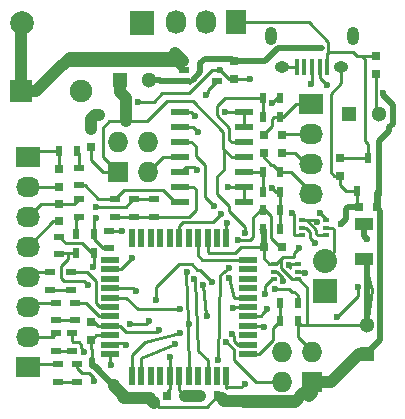
<source format=gbr>
G04 #@! TF.FileFunction,Copper,L1,Top,Signal*
%FSLAX46Y46*%
G04 Gerber Fmt 4.6, Leading zero omitted, Abs format (unit mm)*
G04 Created by KiCad (PCBNEW (2015-08-05 BZR 6055, Git fa29c62)-product) date 02/02/2016 11:58:15 AM*
%MOMM*%
G01*
G04 APERTURE LIST*
%ADD10C,0.100000*%
%ADD11R,0.800000X0.750000*%
%ADD12R,0.750000X0.800000*%
%ADD13R,1.300000X1.300000*%
%ADD14C,1.300000*%
%ADD15C,1.998980*%
%ADD16R,1.998980X1.998980*%
%ADD17R,1.600000X1.000000*%
%ADD18R,1.600000X0.560000*%
%ADD19R,0.560000X1.600000*%
%ADD20R,1.905000X1.905000*%
%ADD21C,1.905000*%
%ADD22R,2.032000X1.727200*%
%ADD23O,2.032000X1.727200*%
%ADD24R,0.400000X1.350000*%
%ADD25O,1.250000X0.950000*%
%ADD26O,1.000000X1.550000*%
%ADD27R,1.727200X1.727200*%
%ADD28O,1.727200X1.727200*%
%ADD29R,1.727200X2.032000*%
%ADD30O,1.727200X2.032000*%
%ADD31R,2.032000X2.032000*%
%ADD32O,2.032000X2.032000*%
%ADD33R,0.900000X0.600000*%
%ADD34R,0.500000X0.900000*%
%ADD35R,0.900000X0.500000*%
%ADD36R,0.600000X0.900000*%
%ADD37R,1.500000X0.600000*%
%ADD38R,0.508000X0.304800*%
%ADD39C,0.600000*%
%ADD40C,0.250000*%
%ADD41C,0.508000*%
%ADD42C,1.016000*%
G04 APERTURE END LIST*
D10*
D11*
X86054500Y-130492500D03*
X87554500Y-130492500D03*
X86054500Y-128968500D03*
X87554500Y-128968500D03*
D12*
X92519500Y-130885500D03*
X92519500Y-132385500D03*
D11*
X95619000Y-135064500D03*
X94119000Y-135064500D03*
X87554500Y-138430000D03*
X86054500Y-138430000D03*
D13*
X94805500Y-147510500D03*
D14*
X94805500Y-145010500D03*
D11*
X79363000Y-151003000D03*
X77863000Y-151003000D03*
D13*
X93281500Y-127190500D03*
D14*
X95781500Y-127190500D03*
D12*
X83502500Y-124194000D03*
X83502500Y-122694000D03*
X71374000Y-146292000D03*
X71374000Y-144792000D03*
X95504000Y-122249500D03*
X95504000Y-123749500D03*
X68707000Y-133338000D03*
X68707000Y-131838000D03*
X68707000Y-136259000D03*
X68707000Y-134759000D03*
D14*
X76350500Y-124269500D03*
D13*
X73850500Y-124269500D03*
D12*
X71437500Y-129972500D03*
X71437500Y-128472500D03*
D15*
X65595500Y-119446040D03*
D16*
X75755500Y-119446040D03*
D17*
X94551500Y-139485500D03*
X94551500Y-136485500D03*
D18*
X84717000Y-147510000D03*
X84717000Y-146710000D03*
X84717000Y-145910000D03*
X84717000Y-145110000D03*
X84717000Y-144310000D03*
X84717000Y-143510000D03*
X84717000Y-142710000D03*
X84717000Y-141910000D03*
X84717000Y-141110000D03*
X84717000Y-140310000D03*
X84717000Y-139510000D03*
D19*
X82867000Y-137660000D03*
X82067000Y-137660000D03*
X81267000Y-137660000D03*
X80467000Y-137660000D03*
X79667000Y-137660000D03*
X78867000Y-137660000D03*
X78067000Y-137660000D03*
X77267000Y-137660000D03*
X76467000Y-137660000D03*
X75667000Y-137660000D03*
X74867000Y-137660000D03*
D18*
X73017000Y-139510000D03*
X73017000Y-140310000D03*
X73017000Y-141110000D03*
X73017000Y-141910000D03*
X73017000Y-142710000D03*
X73017000Y-143510000D03*
X73017000Y-144310000D03*
X73017000Y-145110000D03*
X73017000Y-145910000D03*
X73017000Y-146710000D03*
X73017000Y-147510000D03*
D19*
X74867000Y-149360000D03*
X75667000Y-149360000D03*
X76467000Y-149360000D03*
X77267000Y-149360000D03*
X78067000Y-149360000D03*
X78867000Y-149360000D03*
X79667000Y-149360000D03*
X80467000Y-149360000D03*
X81267000Y-149360000D03*
X82067000Y-149360000D03*
X82867000Y-149360000D03*
D20*
X65468500Y-125222000D03*
D21*
X70548500Y-125222000D03*
D22*
X90043000Y-126301500D03*
D23*
X90043000Y-128841500D03*
X90043000Y-131381500D03*
X90043000Y-133921500D03*
D24*
X91407400Y-123228540D03*
X90757400Y-123228540D03*
X90107400Y-123228540D03*
X89457400Y-123228540D03*
X88807400Y-123228540D03*
D25*
X92607400Y-123228540D03*
X87607400Y-123228540D03*
D26*
X93607400Y-120528540D03*
X86607400Y-120528540D03*
D22*
X66040000Y-148590000D03*
D23*
X66040000Y-146050000D03*
X66040000Y-143510000D03*
X66040000Y-140970000D03*
D27*
X90106500Y-149860000D03*
D28*
X87566500Y-149860000D03*
X90106500Y-147320000D03*
X87566500Y-147320000D03*
D29*
X83693000Y-119380000D03*
D30*
X81153000Y-119380000D03*
X78613000Y-119380000D03*
D22*
X66040000Y-130810000D03*
D23*
X66040000Y-133350000D03*
X66040000Y-135890000D03*
X66040000Y-138430000D03*
D27*
X73660000Y-132080000D03*
D28*
X73660000Y-129540000D03*
X76200000Y-132080000D03*
X76200000Y-129540000D03*
D31*
X91249500Y-142113000D03*
D32*
X91249500Y-139573000D03*
D33*
X79245000Y-123444000D03*
X82045000Y-122494000D03*
X82045000Y-124394000D03*
D34*
X85927500Y-132080000D03*
X87427500Y-132080000D03*
X85927500Y-127381000D03*
X87427500Y-127381000D03*
X85927500Y-133731000D03*
X87427500Y-133731000D03*
X87427500Y-125793500D03*
X85927500Y-125793500D03*
X85927500Y-135318500D03*
X87427500Y-135318500D03*
X85927500Y-136906000D03*
X87427500Y-136906000D03*
D35*
X67970400Y-142036800D03*
X67970400Y-140536800D03*
X68453000Y-144641000D03*
X68453000Y-143141000D03*
X68453000Y-147244500D03*
X68453000Y-145744500D03*
X68643500Y-149848000D03*
X68643500Y-148348000D03*
X69748400Y-140536800D03*
X69748400Y-142036800D03*
X70040500Y-143141000D03*
X70040500Y-144641000D03*
X69786500Y-145744500D03*
X69786500Y-147244500D03*
X70231000Y-148348000D03*
X70231000Y-149848000D03*
X68707000Y-137553000D03*
X68707000Y-139053000D03*
D34*
X71616000Y-138938000D03*
X70116000Y-138938000D03*
D35*
X75057000Y-135878000D03*
X75057000Y-134378000D03*
X76708000Y-135878000D03*
X76708000Y-134378000D03*
X73406000Y-134378000D03*
X73406000Y-135878000D03*
X72961500Y-138545000D03*
X72961500Y-137045000D03*
D34*
X82093500Y-151066500D03*
X80593500Y-151066500D03*
D35*
X70358000Y-131711000D03*
X70358000Y-133211000D03*
D34*
X70116000Y-137287000D03*
X71616000Y-137287000D03*
X68719000Y-130302000D03*
X70219000Y-130302000D03*
D35*
X70358000Y-134378000D03*
X70358000Y-135878000D03*
D34*
X88888000Y-143129000D03*
X87388000Y-143129000D03*
X87388000Y-144716500D03*
X88888000Y-144716500D03*
D36*
X94869000Y-130870500D03*
X95819000Y-133670500D03*
X93919000Y-133670500D03*
D37*
X84361000Y-134620000D03*
X84361000Y-133350000D03*
X84361000Y-132080000D03*
X84361000Y-130810000D03*
X84361000Y-129540000D03*
X84361000Y-128270000D03*
X84361000Y-127000000D03*
X78961000Y-127000000D03*
X78961000Y-128270000D03*
X78961000Y-129540000D03*
X78961000Y-130810000D03*
X78961000Y-132080000D03*
X78961000Y-133350000D03*
X78961000Y-134620000D03*
D38*
X88900000Y-141147800D03*
X88900000Y-139877800D03*
X86868000Y-141147800D03*
X88900000Y-140512800D03*
X86868000Y-139877800D03*
X86868000Y-140512800D03*
X91313000Y-137414000D03*
X91313000Y-136144000D03*
X89281000Y-137414000D03*
X91313000Y-136779000D03*
X89281000Y-136144000D03*
X89281000Y-136779000D03*
D39*
X78054200Y-147701000D03*
X77165200Y-145415000D03*
X89052400Y-138480800D03*
X90551000Y-136334500D03*
X92583000Y-136461500D03*
X96164400Y-125399800D03*
X83883500Y-137858500D03*
X83108800Y-140182600D03*
X82118200Y-148005800D03*
X80391000Y-151003000D03*
X84836000Y-124206000D03*
X75374500Y-126111000D03*
X82359500Y-123444000D03*
X90805000Y-121602500D03*
X94805500Y-137731500D03*
X72072500Y-127254000D03*
X87020400Y-141986000D03*
X84429600Y-137210800D03*
X79679800Y-144983200D03*
X83375500Y-145796000D03*
X82740500Y-127000000D03*
X79502000Y-140563600D03*
X86055200Y-145237200D03*
X89509600Y-140614400D03*
X86309200Y-143662400D03*
X87680800Y-141325600D03*
X80365600Y-131876800D03*
X83413600Y-143611600D03*
X81838800Y-134975600D03*
X83058000Y-141071600D03*
X82931000Y-136398000D03*
X90805000Y-135509000D03*
X88455500Y-135509000D03*
X82423000Y-135636000D03*
X81178400Y-125526800D03*
X74879200Y-139344400D03*
X75184000Y-142113000D03*
X91376500Y-124714000D03*
X90017600Y-124612400D03*
X80873600Y-141655800D03*
X81229200Y-144272000D03*
X78943200Y-143713200D03*
X74345800Y-146761200D03*
X70815200Y-147320000D03*
X73126600Y-148412200D03*
X71678800Y-149783800D03*
X82867500Y-146431000D03*
X78943200Y-145719800D03*
X78536800Y-146634200D03*
X80137000Y-141173200D03*
X82994500Y-133350000D03*
X94030800Y-141808200D03*
X92252800Y-144373600D03*
X84404200Y-149987000D03*
X86741000Y-126238000D03*
X86741000Y-133413500D03*
X90373200Y-138074400D03*
X80467200Y-128727200D03*
X71564500Y-140144500D03*
X74041000Y-137033000D03*
X86131400Y-142367000D03*
X81635600Y-141376400D03*
X76936600Y-142951200D03*
X76301600Y-144678400D03*
X74726800Y-144932400D03*
X71145400Y-141630400D03*
X88188800Y-139954000D03*
X71818500Y-135001000D03*
X71831200Y-135940800D03*
X80213200Y-127355600D03*
D40*
X90043000Y-133921500D02*
X90043000Y-133794500D01*
X90043000Y-133794500D02*
X88328500Y-132080000D01*
X88328500Y-132080000D02*
X87427500Y-132080000D01*
X86054500Y-130492500D02*
X86054500Y-130822000D01*
X86054500Y-130822000D02*
X86677500Y-131445000D01*
X86677500Y-131445000D02*
X86792500Y-131445000D01*
X86792500Y-131445000D02*
X87427500Y-132080000D01*
X90043000Y-131381500D02*
X89598500Y-131381500D01*
X89598500Y-131381500D02*
X88709500Y-130492500D01*
X88709500Y-130492500D02*
X87554500Y-130492500D01*
X87427500Y-127381000D02*
X87693500Y-127381000D01*
X88773000Y-126301500D02*
X90043000Y-126301500D01*
X87693500Y-127381000D02*
X88773000Y-126301500D01*
X86054500Y-128968500D02*
X86054500Y-128829500D01*
X86054500Y-128829500D02*
X86741000Y-128143000D01*
X86741000Y-128143000D02*
X86741000Y-127571500D01*
X86741000Y-127571500D02*
X86931500Y-127381000D01*
X86931500Y-127381000D02*
X87427500Y-127381000D01*
X90043000Y-128841500D02*
X87681500Y-128841500D01*
X87681500Y-128841500D02*
X87554500Y-128968500D01*
X94869000Y-130870500D02*
X94869000Y-129730500D01*
X94615000Y-122491500D02*
X94373000Y-122249500D01*
X94615000Y-129476500D02*
X94615000Y-122491500D01*
X94869000Y-129730500D02*
X94615000Y-129476500D01*
X92519500Y-130885500D02*
X94854000Y-130885500D01*
X94854000Y-130885500D02*
X94869000Y-130870500D01*
X83693000Y-119380000D02*
X89852500Y-119380000D01*
X91503500Y-122110500D02*
X91407400Y-122110500D01*
X91503500Y-121031000D02*
X91503500Y-122110500D01*
X89852500Y-119380000D02*
X91503500Y-121031000D01*
X91407400Y-123228540D02*
X91407400Y-122110500D01*
X91407400Y-122110500D02*
X91407400Y-122016100D01*
X93928500Y-122249500D02*
X94373000Y-122249500D01*
X93599000Y-121920000D02*
X93928500Y-122249500D01*
X91503500Y-121920000D02*
X93599000Y-121920000D01*
X91407400Y-122016100D02*
X91503500Y-121920000D01*
X94373000Y-122249500D02*
X95504000Y-122249500D01*
X83693000Y-119380000D02*
X84518500Y-119380000D01*
D41*
X86054500Y-138430000D02*
X86054500Y-137033000D01*
X86054500Y-137033000D02*
X85927500Y-136906000D01*
X94119000Y-135064500D02*
X93154500Y-135064500D01*
X93154500Y-135064500D02*
X93027500Y-135191500D01*
X93027500Y-135191500D02*
X93027500Y-136017000D01*
X93027500Y-136017000D02*
X92583000Y-136461500D01*
X94805500Y-145010500D02*
X94805500Y-139739500D01*
X94805500Y-139739500D02*
X94551500Y-139485500D01*
D40*
X73017000Y-145110000D02*
X73863000Y-145110000D01*
X78067000Y-147713800D02*
X78067000Y-149360000D01*
X78054200Y-147701000D02*
X78067000Y-147713800D01*
X76987400Y-145592800D02*
X77165200Y-145415000D01*
X74345800Y-145592800D02*
X76987400Y-145592800D01*
X73863000Y-145110000D02*
X74345800Y-145592800D01*
X88900000Y-141147800D02*
X88417400Y-141147800D01*
X87477600Y-140208000D02*
X87477600Y-139446000D01*
X88417400Y-141147800D02*
X87477600Y-140208000D01*
X88888000Y-144716500D02*
X88888000Y-146038000D01*
X88888000Y-146038000D02*
X90106500Y-147256500D01*
X90106500Y-147256500D02*
X90106500Y-147320000D01*
X89115900Y-141160500D02*
X89115900Y-141287500D01*
X89115900Y-141287500D02*
X89662000Y-141833600D01*
X89662000Y-141833600D02*
X89662000Y-145010500D01*
X89662000Y-145010500D02*
X89638500Y-145034000D01*
X89638500Y-145034000D02*
X89611200Y-145034000D01*
X89611200Y-145034000D02*
X89611200Y-145010500D01*
X88595200Y-139293600D02*
X88595200Y-138938000D01*
X88595200Y-139293600D02*
X87630000Y-139293600D01*
X87630000Y-139293600D02*
X87477600Y-139446000D01*
X87477600Y-139446000D02*
X87033100Y-139890500D01*
X88595200Y-138938000D02*
X89052400Y-138480800D01*
X87033100Y-139890500D02*
X86487000Y-139890500D01*
X86054500Y-138430000D02*
X86054500Y-139394500D01*
X86054500Y-139394500D02*
X86487000Y-139827000D01*
X86487000Y-139827000D02*
X86487000Y-139890500D01*
X88807400Y-123228540D02*
X87607400Y-123228540D01*
X92519500Y-132385500D02*
X91999500Y-132385500D01*
X91999500Y-132385500D02*
X91694000Y-132080000D01*
X91694000Y-132080000D02*
X91694000Y-125476000D01*
X91694000Y-125476000D02*
X92607400Y-124562600D01*
X92607400Y-124562600D02*
X92607400Y-123228540D01*
X94551500Y-139485500D02*
X95224600Y-142036800D01*
X95224600Y-142036800D02*
X94805500Y-145010500D01*
X89598500Y-136144000D02*
X90360500Y-136144000D01*
X90360500Y-136144000D02*
X90551000Y-136334500D01*
X92583000Y-136461500D02*
X93027500Y-136017000D01*
X93027500Y-136017000D02*
X93027500Y-135191500D01*
X93027500Y-135191500D02*
X93154500Y-135064500D01*
X89281000Y-136144000D02*
X89598500Y-136144000D01*
X89598500Y-136144000D02*
X89663398Y-136144000D01*
X90614500Y-137414000D02*
X91313000Y-137414000D01*
X90487500Y-137287000D02*
X90614500Y-137414000D01*
X90487500Y-136968102D02*
X90487500Y-137287000D01*
X89663398Y-136144000D02*
X90487500Y-136968102D01*
X94805500Y-145010500D02*
X89611200Y-145010500D01*
X89611200Y-145010500D02*
X89182000Y-145010500D01*
X89182000Y-145010500D02*
X88888000Y-144716500D01*
X93919000Y-133670500D02*
X93919000Y-134864500D01*
X93919000Y-134864500D02*
X94119000Y-135064500D01*
X92519500Y-132385500D02*
X92519500Y-133159500D01*
X93030500Y-133670500D02*
X93919000Y-133670500D01*
X92519500Y-133159500D02*
X93030500Y-133670500D01*
X71640000Y-144792000D02*
X71958000Y-145110000D01*
X71958000Y-145110000D02*
X73017000Y-145110000D01*
X71374000Y-144792000D02*
X71640000Y-144792000D01*
X71310500Y-144792000D02*
X71640000Y-144792000D01*
X81267000Y-137660000D02*
X81267000Y-138824000D01*
X84137500Y-138430000D02*
X86054500Y-138430000D01*
X83629500Y-138938000D02*
X84137500Y-138430000D01*
X81381000Y-138938000D02*
X83629500Y-138938000D01*
X81267000Y-138824000D02*
X81381000Y-138938000D01*
X86054500Y-137033000D02*
X85927500Y-136906000D01*
X77799500Y-151066500D02*
X77799500Y-150737000D01*
X77799500Y-150737000D02*
X78067000Y-150469500D01*
X78067000Y-150469500D02*
X78067000Y-149360000D01*
X85927500Y-136906000D02*
X85725000Y-136906000D01*
D41*
X95619000Y-135064500D02*
X95910400Y-135355900D01*
X95910400Y-135355900D02*
X95910400Y-146304000D01*
X95910400Y-146304000D02*
X94805500Y-147408900D01*
X94805500Y-147408900D02*
X94805500Y-147510500D01*
X95619000Y-135064500D02*
X95619000Y-133870500D01*
X95619000Y-133870500D02*
X95819000Y-133670500D01*
X95819000Y-133670500D02*
X95819000Y-129479000D01*
X95819000Y-129479000D02*
X96672400Y-128625600D01*
X96164400Y-125577600D02*
X96164400Y-125399800D01*
X96951800Y-126365000D02*
X96164400Y-125577600D01*
X96951800Y-127990600D02*
X96951800Y-126365000D01*
X96672400Y-128270000D02*
X96951800Y-127990600D01*
X96672400Y-128625600D02*
X96672400Y-128270000D01*
X71526400Y-148539200D02*
X71526400Y-147929600D01*
X71526400Y-148539200D02*
X71704200Y-148539200D01*
X71704200Y-148539200D02*
X73329800Y-150164800D01*
D42*
X76365100Y-151193500D02*
X76365100Y-151295100D01*
X76708000Y-151638000D02*
X76708000Y-151536400D01*
X76365100Y-151295100D02*
X76708000Y-151638000D01*
X74180700Y-151193500D02*
X74180700Y-151015700D01*
X74180700Y-151015700D02*
X73329800Y-150164800D01*
X73329800Y-150164800D02*
X73329800Y-150139400D01*
X76365100Y-151193500D02*
X74180700Y-151193500D01*
X74180700Y-151193500D02*
X74142600Y-151155400D01*
X90106500Y-150812500D02*
X89369900Y-150812500D01*
X82677000Y-151434800D02*
X82473800Y-151231600D01*
X84302600Y-151434800D02*
X82677000Y-151434800D01*
X84378800Y-151511000D02*
X84302600Y-151434800D01*
X88671400Y-151511000D02*
X84378800Y-151511000D01*
X89369900Y-150812500D02*
X88671400Y-151511000D01*
X90106500Y-149860000D02*
X90106500Y-150812500D01*
X90106500Y-150812500D02*
X89852500Y-151066500D01*
X90106500Y-149860000D02*
X91757500Y-149860000D01*
X91757500Y-149860000D02*
X94107000Y-147510500D01*
X94107000Y-147510500D02*
X94805500Y-147510500D01*
D40*
X96164400Y-125730000D02*
X96164400Y-125399800D01*
X96799400Y-126365000D02*
X96164400Y-125730000D01*
X96799400Y-127863600D02*
X96799400Y-126365000D01*
X96697800Y-127965200D02*
X96799400Y-127863600D01*
X96697800Y-128600200D02*
X96697800Y-127965200D01*
X95819000Y-129479000D02*
X96697800Y-128600200D01*
X71374000Y-146292000D02*
X71374000Y-146989800D01*
X71374000Y-146989800D02*
X71526400Y-147142200D01*
X71526400Y-147142200D02*
X71526400Y-147929600D01*
X81191800Y-151968200D02*
X82093500Y-151066500D01*
X77139800Y-151968200D02*
X81191800Y-151968200D01*
X76708000Y-151536400D02*
X77139800Y-151968200D01*
X71526400Y-148539200D02*
X74142600Y-151155400D01*
X94805500Y-147510500D02*
X94805500Y-147408900D01*
X94805500Y-147408900D02*
X95910400Y-146304000D01*
X95910400Y-146304000D02*
X95910400Y-135355900D01*
X94805500Y-147510500D02*
X94107000Y-147510500D01*
X94107000Y-147510500D02*
X91757500Y-149860000D01*
X95819000Y-133670500D02*
X95819000Y-134864500D01*
X95819000Y-134864500D02*
X95619000Y-135064500D01*
X82093500Y-151066500D02*
X89852500Y-151066500D01*
X89852500Y-151066500D02*
X90106500Y-150812500D01*
X71449500Y-146292000D02*
X71831500Y-145910000D01*
X71831500Y-145910000D02*
X73017000Y-145910000D01*
X71374000Y-146292000D02*
X71449500Y-146292000D01*
X73016000Y-145911000D02*
X73017000Y-145910000D01*
D42*
X80593500Y-151066500D02*
X79426500Y-151066500D01*
X79426500Y-151066500D02*
X79363000Y-151003000D01*
D40*
X85725000Y-135318500D02*
X85090000Y-135953500D01*
X85090000Y-135953500D02*
X85090000Y-137604500D01*
X85090000Y-137604500D02*
X84836000Y-137858500D01*
X84836000Y-137858500D02*
X83883500Y-137858500D01*
X83108800Y-140182600D02*
X82346800Y-140766800D01*
X82346800Y-140766800D02*
X82118200Y-148005800D01*
X80391000Y-151003000D02*
X80327500Y-151066500D01*
X80327500Y-151066500D02*
X79299500Y-151066500D01*
X85927500Y-135318500D02*
X85725000Y-135318500D01*
X87554500Y-138430000D02*
X87439500Y-138430000D01*
X87439500Y-138430000D02*
X86677500Y-137668000D01*
X86677500Y-137668000D02*
X86677500Y-135826500D01*
X86677500Y-135826500D02*
X86169500Y-135318500D01*
X86169500Y-135318500D02*
X85927500Y-135318500D01*
X79299500Y-151066500D02*
X79299500Y-150927500D01*
X79299500Y-150927500D02*
X78867000Y-150495000D01*
X78867000Y-150495000D02*
X78867000Y-149360000D01*
X84824000Y-124194000D02*
X83502500Y-124194000D01*
X84836000Y-124206000D02*
X84824000Y-124194000D01*
X82359500Y-123444000D02*
X81661000Y-123444000D01*
X81661000Y-123444000D02*
X79692500Y-125412500D01*
X79692500Y-125412500D02*
X77406500Y-125412500D01*
X77406500Y-125412500D02*
X76708000Y-126111000D01*
X76708000Y-126111000D02*
X75374500Y-126111000D01*
X83502500Y-124194000D02*
X83109500Y-124194000D01*
X83109500Y-124194000D02*
X82359500Y-123444000D01*
D41*
X94551500Y-136485500D02*
X94551500Y-137477500D01*
X94551500Y-137477500D02*
X94805500Y-137731500D01*
X83502500Y-122694000D02*
X86157500Y-122694000D01*
X86157500Y-122694000D02*
X87249000Y-121602500D01*
X87249000Y-121602500D02*
X90924498Y-121602500D01*
X90924498Y-121602500D02*
X90805000Y-121602500D01*
X82045000Y-122494000D02*
X83302500Y-122494000D01*
X83302500Y-122494000D02*
X83502500Y-122694000D01*
X80645000Y-123634500D02*
X80645000Y-122872500D01*
X80645000Y-122872500D02*
X81023500Y-122494000D01*
X81023500Y-122494000D02*
X82045000Y-122494000D01*
X80010000Y-124269500D02*
X80645000Y-123634500D01*
X76350500Y-124269500D02*
X77177900Y-124269500D01*
X79705200Y-124383800D02*
X79781400Y-124460000D01*
X77292200Y-124383800D02*
X79705200Y-124383800D01*
X77177900Y-124269500D02*
X77292200Y-124383800D01*
D42*
X71437500Y-128472500D02*
X71437500Y-127596900D01*
X71780400Y-127254000D02*
X72072500Y-127254000D01*
X71437500Y-127596900D02*
X71780400Y-127254000D01*
D40*
X87249000Y-121602500D02*
X90805000Y-121602500D01*
X86157500Y-122694000D02*
X87249000Y-121602500D01*
X94551500Y-137477500D02*
X94805500Y-137731500D01*
X95504000Y-123749500D02*
X95504000Y-126913000D01*
X95504000Y-126913000D02*
X95781500Y-127190500D01*
X76350500Y-124269500D02*
X80010000Y-124269500D01*
X81023500Y-122494000D02*
X82045000Y-122494000D01*
X80645000Y-122872500D02*
X81023500Y-122494000D01*
X83302500Y-122494000D02*
X83502500Y-122694000D01*
X78961000Y-130810000D02*
X77470000Y-130810000D01*
X77470000Y-130810000D02*
X76200000Y-132080000D01*
X68707000Y-133338000D02*
X66052000Y-133338000D01*
X66052000Y-133338000D02*
X66040000Y-133350000D01*
X68719000Y-130302000D02*
X68719000Y-131826000D01*
X68719000Y-131826000D02*
X68707000Y-131838000D01*
X68719000Y-130302000D02*
X66548000Y-130302000D01*
X66548000Y-130302000D02*
X66040000Y-130810000D01*
X68707000Y-130314000D02*
X68719000Y-130302000D01*
X66802000Y-130048000D02*
X66040000Y-130810000D01*
X68707000Y-136259000D02*
X68211000Y-136259000D01*
X68211000Y-136259000D02*
X66040000Y-138430000D01*
X68707000Y-136259000D02*
X68707000Y-136398000D01*
X66675000Y-138430000D02*
X66040000Y-138430000D01*
X68707000Y-134759000D02*
X69977000Y-134759000D01*
X69977000Y-134759000D02*
X70358000Y-134378000D01*
X68707000Y-134759000D02*
X67171000Y-134759000D01*
X67171000Y-134759000D02*
X66040000Y-135890000D01*
X68707000Y-134759000D02*
X68949000Y-134759000D01*
X68707000Y-134759000D02*
X68441000Y-134759000D01*
D42*
X74358500Y-127762000D02*
X74358500Y-125793500D01*
X74358500Y-125793500D02*
X73850500Y-125285500D01*
X73850500Y-125285500D02*
X73850500Y-124269500D01*
D40*
X82677000Y-130175000D02*
X82677000Y-131851400D01*
X88888000Y-142532800D02*
X88888000Y-143129000D01*
X88595200Y-142240000D02*
X88888000Y-142532800D01*
X88392000Y-142240000D02*
X88595200Y-142240000D01*
X88138000Y-141986000D02*
X88392000Y-142240000D01*
X87020400Y-141986000D02*
X88138000Y-141986000D01*
X84429600Y-136702800D02*
X84429600Y-137210800D01*
X83108800Y-135382000D02*
X84429600Y-136702800D01*
X83108800Y-134975600D02*
X83108800Y-135382000D01*
X82042000Y-133908800D02*
X83108800Y-134975600D01*
X82042000Y-132486400D02*
X82042000Y-133908800D01*
X82677000Y-131851400D02*
X82042000Y-132486400D01*
X73850500Y-125285500D02*
X73850500Y-124269500D01*
X74358500Y-125793500D02*
X73850500Y-125285500D01*
X71437500Y-129972500D02*
X71437500Y-131064000D01*
X72453500Y-132080000D02*
X73660000Y-132080000D01*
X71437500Y-131064000D02*
X72453500Y-132080000D01*
X73989500Y-124003500D02*
X73533000Y-124460000D01*
X73660000Y-132080000D02*
X72390000Y-130810000D01*
X83312000Y-130810000D02*
X84361000Y-130810000D01*
X82613500Y-130111500D02*
X82677000Y-130175000D01*
X82677000Y-130175000D02*
X83312000Y-130810000D01*
X82613500Y-128651000D02*
X82613500Y-130111500D01*
X80010000Y-126047500D02*
X82613500Y-128651000D01*
X77851000Y-126047500D02*
X80010000Y-126047500D01*
X76136500Y-127762000D02*
X77851000Y-126047500D01*
X72961500Y-127762000D02*
X74358500Y-127762000D01*
X74358500Y-127762000D02*
X76136500Y-127762000D01*
X72390000Y-128333500D02*
X72961500Y-127762000D01*
X72390000Y-130810000D02*
X72390000Y-128333500D01*
X73660000Y-132080000D02*
X73660000Y-131508500D01*
D41*
X78486000Y-121970800D02*
X78486000Y-122685000D01*
X78486000Y-122685000D02*
X79245000Y-123444000D01*
D42*
X78917800Y-122402600D02*
X78486000Y-121970800D01*
X78486000Y-121970800D02*
X79222600Y-122707400D01*
X78359000Y-122402600D02*
X78917800Y-122402600D01*
X65468500Y-125222000D02*
X66738500Y-125222000D01*
X66738500Y-125222000D02*
X68961000Y-122999500D01*
X68961000Y-122999500D02*
X69049900Y-122999500D01*
X69049900Y-122999500D02*
X69646800Y-122402600D01*
X69646800Y-122402600D02*
X78359000Y-122402600D01*
X78359000Y-122402600D02*
X78409800Y-122402600D01*
X65468500Y-125222000D02*
X65468500Y-119573040D01*
X65468500Y-119573040D02*
X65595500Y-119446040D01*
D40*
X79245000Y-123444000D02*
X78994000Y-123444000D01*
X78994000Y-123444000D02*
X78549500Y-122999500D01*
X78549500Y-122999500D02*
X68961000Y-122999500D01*
X68961000Y-122999500D02*
X66738500Y-125222000D01*
X65468500Y-119573040D02*
X65595500Y-119446040D01*
X84717000Y-147510000D02*
X85598500Y-147510000D01*
X86804500Y-145300000D02*
X87388000Y-144716500D01*
X86804500Y-146304000D02*
X86804500Y-145300000D01*
X85598500Y-147510000D02*
X86804500Y-146304000D01*
X87388000Y-143129000D02*
X87388000Y-144716500D01*
X84717000Y-146710000D02*
X83845000Y-146710000D01*
X79679800Y-144983200D02*
X79654300Y-144983200D01*
X83502500Y-145923000D02*
X83375500Y-145796000D01*
X83502500Y-146367500D02*
X83502500Y-145923000D01*
X83845000Y-146710000D02*
X83502500Y-146367500D01*
X79679800Y-144792700D02*
X79654300Y-144792700D01*
X79654300Y-144792700D02*
X79679800Y-144792700D01*
X79679800Y-144792700D02*
X79654300Y-144792700D01*
X79667000Y-149360000D02*
X79654300Y-144983200D01*
X79654300Y-144983200D02*
X79654300Y-144792700D01*
X79654300Y-144792700D02*
X79476500Y-140589100D01*
X82740500Y-127000000D02*
X84361000Y-127000000D01*
X79476500Y-140589100D02*
X79502000Y-140563600D01*
X84361000Y-128270000D02*
X84361000Y-127000000D01*
X88798400Y-140512800D02*
X89420700Y-140525500D01*
X85928000Y-145110000D02*
X84717000Y-145110000D01*
X86055200Y-145237200D02*
X85928000Y-145110000D01*
X89420700Y-140525500D02*
X89509600Y-140614400D01*
X86868000Y-140512800D02*
X87146002Y-140512800D01*
X85814000Y-144310000D02*
X84717000Y-144310000D01*
X85902800Y-144221200D02*
X85814000Y-144310000D01*
X85902800Y-144068800D02*
X85902800Y-144221200D01*
X86309200Y-143662400D02*
X85902800Y-144068800D01*
X87680800Y-141047598D02*
X87680800Y-141325600D01*
X87146002Y-140512800D02*
X87680800Y-141047598D01*
X84717000Y-143510000D02*
X83515200Y-143510000D01*
X79418200Y-131622800D02*
X78961000Y-132080000D01*
X80111600Y-131622800D02*
X79418200Y-131622800D01*
X80365600Y-131876800D02*
X80111600Y-131622800D01*
X83515200Y-143510000D02*
X83413600Y-143611600D01*
X78961000Y-129540000D02*
X79908400Y-129540000D01*
X79908400Y-129540000D02*
X80264000Y-129895600D01*
X80264000Y-129895600D02*
X80264000Y-130759200D01*
X80264000Y-130759200D02*
X81026000Y-131521200D01*
X81026000Y-131521200D02*
X81026000Y-134162800D01*
X81026000Y-134162800D02*
X81838800Y-134975600D01*
X83058000Y-141071600D02*
X83528000Y-142710000D01*
X83528000Y-142710000D02*
X84717000Y-142710000D01*
X80467000Y-137660000D02*
X80467000Y-139141000D01*
X80836000Y-139510000D02*
X84717000Y-139510000D01*
X80467000Y-139141000D02*
X80836000Y-139510000D01*
X82867000Y-136462000D02*
X82867000Y-137660000D01*
X82931000Y-136398000D02*
X82867000Y-136462000D01*
X91313000Y-136017000D02*
X90805000Y-135509000D01*
X91313000Y-136144000D02*
X91313000Y-136017000D01*
X78867000Y-137660000D02*
X78867000Y-136652000D01*
X88582500Y-137414000D02*
X89281000Y-137414000D01*
X88582500Y-135636000D02*
X88582500Y-137414000D01*
X88455500Y-135509000D02*
X88582500Y-135636000D01*
X81724500Y-136334500D02*
X82423000Y-135636000D01*
X79184500Y-136334500D02*
X81724500Y-136334500D01*
X78867000Y-136652000D02*
X79184500Y-136334500D01*
X78867000Y-137660000D02*
X78867000Y-136906000D01*
X73017000Y-140310000D02*
X73913600Y-140310000D01*
X81280000Y-125159000D02*
X82045000Y-124394000D01*
X81280000Y-125425200D02*
X81280000Y-125159000D01*
X81178400Y-125526800D02*
X81280000Y-125425200D01*
X73913600Y-140310000D02*
X74879200Y-139344400D01*
X90757400Y-123228540D02*
X90757400Y-124094900D01*
X74981000Y-141910000D02*
X73017000Y-141910000D01*
X75184000Y-142113000D02*
X74981000Y-141910000D01*
X90757400Y-124094900D02*
X91376500Y-124714000D01*
X73017000Y-142710000D02*
X74384000Y-142710000D01*
X90107400Y-124522600D02*
X90107400Y-123228540D01*
X90017600Y-124612400D02*
X90107400Y-124522600D01*
X81127600Y-144170400D02*
X80873600Y-141655800D01*
X81229200Y-144272000D02*
X81127600Y-144170400D01*
X75387200Y-143713200D02*
X78943200Y-143713200D01*
X74384000Y-142710000D02*
X75387200Y-143713200D01*
X73017000Y-143510000D02*
X72136000Y-143510000D01*
X72136000Y-143510000D02*
X71818500Y-143192500D01*
X71818500Y-143192500D02*
X71818500Y-141287500D01*
X71818500Y-141287500D02*
X71068500Y-140537500D01*
X71068500Y-140537500D02*
X69749100Y-140537500D01*
X69749100Y-140537500D02*
X69748400Y-140536800D01*
X71068500Y-140537500D02*
X70231000Y-140537500D01*
X71818500Y-141287500D02*
X71068500Y-140537500D01*
X71818500Y-143192500D02*
X71818500Y-141287500D01*
X72136000Y-143510000D02*
X71818500Y-143192500D01*
X70040500Y-143141000D02*
X70941500Y-143141000D01*
X70941500Y-143141000D02*
X72110500Y-144310000D01*
X72110500Y-144310000D02*
X73017000Y-144310000D01*
X70231000Y-143141000D02*
X70624000Y-143141000D01*
X69786500Y-145744500D02*
X69786500Y-146367500D01*
X74244200Y-146532600D02*
X73169000Y-146558000D01*
X74345800Y-146761200D02*
X74244200Y-146532600D01*
X70548500Y-146875500D02*
X70815200Y-147320000D01*
X70548500Y-146685000D02*
X70548500Y-146875500D01*
X70358000Y-146494500D02*
X70548500Y-146685000D01*
X69913500Y-146494500D02*
X70358000Y-146494500D01*
X69786500Y-146367500D02*
X69913500Y-146494500D01*
X73169000Y-146558000D02*
X73017000Y-146710000D01*
X72992000Y-146685000D02*
X73017000Y-146710000D01*
X70231000Y-148348000D02*
X70231000Y-148691600D01*
X73017000Y-148302600D02*
X73017000Y-147510000D01*
X73126600Y-148412200D02*
X73017000Y-148302600D01*
X71678800Y-149529800D02*
X71678800Y-149783800D01*
X71272400Y-149123400D02*
X71678800Y-149529800D01*
X70662800Y-149123400D02*
X71272400Y-149123400D01*
X70231000Y-148691600D02*
X70662800Y-149123400D01*
X74867000Y-149360000D02*
X74867000Y-147573500D01*
X85344000Y-149860000D02*
X87566500Y-149860000D01*
X83502500Y-148018500D02*
X85344000Y-149860000D01*
X83502500Y-147066000D02*
X83502500Y-148018500D01*
X82867500Y-146431000D02*
X83502500Y-147066000D01*
X76009500Y-146431000D02*
X78943200Y-145719800D01*
X74867000Y-147573500D02*
X76009500Y-146431000D01*
X75667000Y-149360000D02*
X75667000Y-147853000D01*
X75667000Y-147853000D02*
X78536800Y-146634200D01*
X84361000Y-133350000D02*
X82994500Y-133350000D01*
X81267000Y-148005500D02*
X81267000Y-149360000D01*
X80454500Y-147193000D02*
X81267000Y-148005500D01*
X80200500Y-141236700D02*
X80454500Y-147193000D01*
X80137000Y-141173200D02*
X80200500Y-141236700D01*
X84361000Y-133350000D02*
X84361000Y-134620000D01*
X82867000Y-149360000D02*
X82867000Y-150329400D01*
X94030800Y-142595600D02*
X94030800Y-141808200D01*
X92252800Y-144373600D02*
X94030800Y-142595600D01*
X84099400Y-150291800D02*
X84404200Y-149987000D01*
X82904600Y-150291800D02*
X84099400Y-150291800D01*
X82867000Y-150329400D02*
X82904600Y-150291800D01*
X87427500Y-135624000D02*
X87427500Y-135318500D01*
X87427500Y-133731000D02*
X87058500Y-133731000D01*
X86741000Y-126238000D02*
X87185500Y-125793500D01*
X87058500Y-133731000D02*
X86741000Y-133413500D01*
X87185500Y-125793500D02*
X87427500Y-125793500D01*
X87427500Y-135318500D02*
X87427500Y-136906000D01*
X87427500Y-135318500D02*
X87427500Y-133731000D01*
X68643500Y-148348000D02*
X66282000Y-148348000D01*
X66282000Y-148348000D02*
X66040000Y-148590000D01*
X66040000Y-146050000D02*
X68147500Y-146050000D01*
X68147500Y-146050000D02*
X68453000Y-145744500D01*
X66345500Y-145744500D02*
X66040000Y-146050000D01*
X68453000Y-143141000D02*
X66409000Y-143141000D01*
X66409000Y-143141000D02*
X66040000Y-143510000D01*
X66409000Y-143141000D02*
X66040000Y-143510000D01*
X67970400Y-140536800D02*
X66473200Y-140536800D01*
X66473200Y-140536800D02*
X66040000Y-140970000D01*
X66472500Y-140537500D02*
X66040000Y-140970000D01*
X66472500Y-140537500D02*
X66040000Y-140970000D01*
X89585800Y-136779000D02*
X89281000Y-136779000D01*
X89966800Y-137160000D02*
X89585800Y-136779000D01*
X89966800Y-137668000D02*
X89966800Y-137160000D01*
X90373200Y-138074400D02*
X89966800Y-137668000D01*
X91249500Y-142113000D02*
X90805000Y-142113000D01*
X91249500Y-142113000D02*
X90741500Y-142113000D01*
X91313000Y-136779000D02*
X91821000Y-136779000D01*
X91948000Y-136906000D02*
X91948000Y-138874500D01*
X91821000Y-136779000D02*
X91948000Y-136906000D01*
X91948000Y-138874500D02*
X91249500Y-139573000D01*
X85927500Y-133731000D02*
X85927500Y-132080000D01*
X85927500Y-132080000D02*
X84361000Y-132080000D01*
X85927500Y-125793500D02*
X82740500Y-125793500D01*
X83312000Y-129540000D02*
X84361000Y-129540000D01*
X83127002Y-129355002D02*
X83312000Y-129540000D01*
X83127002Y-128339002D02*
X83127002Y-129355002D01*
X82042000Y-127254000D02*
X83127002Y-128339002D01*
X82042000Y-126492000D02*
X82042000Y-127254000D01*
X82740500Y-125793500D02*
X82042000Y-126492000D01*
X85927500Y-127381000D02*
X85927500Y-125793500D01*
X84424500Y-129476500D02*
X84361000Y-129540000D01*
X67970400Y-142036800D02*
X69748400Y-142036800D01*
X68453000Y-144641000D02*
X70040500Y-144641000D01*
X68453000Y-147244500D02*
X69786500Y-147244500D01*
X68643500Y-149848000D02*
X70231000Y-149848000D01*
X78961000Y-128270000D02*
X80010000Y-128270000D01*
X80010000Y-128270000D02*
X80467200Y-128727200D01*
X71616000Y-138938000D02*
X71501000Y-138938000D01*
X71501000Y-138938000D02*
X70675500Y-138112500D01*
X69266500Y-138112500D02*
X68707000Y-137553000D01*
X70675500Y-138112500D02*
X69266500Y-138112500D01*
X71616000Y-140093000D02*
X71616000Y-138938000D01*
X71564500Y-140144500D02*
X71616000Y-140093000D01*
X72961500Y-137045000D02*
X74029000Y-137045000D01*
X74029000Y-137045000D02*
X74041000Y-137033000D01*
X79024500Y-128333500D02*
X78961000Y-128270000D01*
X86868000Y-141147800D02*
X86690200Y-141147800D01*
X86690200Y-141147800D02*
X86131400Y-141706600D01*
X86131400Y-141706600D02*
X86131400Y-142367000D01*
X81635600Y-141376400D02*
X80594200Y-140335000D01*
X80594200Y-140335000D02*
X80416400Y-140335000D01*
X80416400Y-140335000D02*
X79984600Y-139903200D01*
X79984600Y-139903200D02*
X78867000Y-139903200D01*
X78867000Y-139903200D02*
X76936600Y-141833600D01*
X76936600Y-141833600D02*
X76936600Y-142951200D01*
X76301600Y-144678400D02*
X76047600Y-144932400D01*
X76047600Y-144932400D02*
X74726800Y-144932400D01*
X71145400Y-141630400D02*
X70789800Y-141274800D01*
X70789800Y-141274800D02*
X69088000Y-141274800D01*
X69088000Y-141274800D02*
X68884800Y-141071600D01*
X68884800Y-141071600D02*
X68884800Y-140004800D01*
X68884800Y-140004800D02*
X69469000Y-139420600D01*
X69469000Y-139420600D02*
X69469000Y-138938000D01*
X70116000Y-138938000D02*
X69469000Y-138938000D01*
X69469000Y-138938000D02*
X68822000Y-138938000D01*
X68822000Y-138938000D02*
X68707000Y-139053000D01*
X76708000Y-135878000D02*
X79704500Y-135878000D01*
X80073500Y-133350000D02*
X78961000Y-133350000D01*
X80264000Y-133540500D02*
X80073500Y-133350000D01*
X80264000Y-135318500D02*
X80264000Y-133540500D01*
X79704500Y-135878000D02*
X80264000Y-135318500D01*
X75057000Y-135878000D02*
X76708000Y-135878000D01*
X73406000Y-135878000D02*
X75057000Y-135878000D01*
X74981500Y-134378000D02*
X74358500Y-135001000D01*
X88201500Y-139890500D02*
X88849200Y-139903200D01*
X88188800Y-139954000D02*
X88201500Y-139890500D01*
X88239600Y-140208000D02*
X88239600Y-139954000D01*
X88239600Y-139954000D02*
X88239600Y-140208000D01*
X74358500Y-135001000D02*
X71818500Y-135001000D01*
X76708000Y-134378000D02*
X74981500Y-134378000D01*
X75057000Y-134378000D02*
X76708000Y-134378000D01*
X78961000Y-134620000D02*
X78549500Y-134620000D01*
X78549500Y-134620000D02*
X77533500Y-133604000D01*
X77533500Y-133604000D02*
X74180000Y-133604000D01*
X74180000Y-133604000D02*
X73406000Y-134378000D01*
X70358000Y-133211000D02*
X70854000Y-133211000D01*
X72021000Y-134378000D02*
X73406000Y-134378000D01*
X70854000Y-133211000D02*
X72021000Y-134378000D01*
X73406000Y-134378000D02*
X73013000Y-134378000D01*
X78961000Y-127000000D02*
X79857600Y-127000000D01*
X71616000Y-136156000D02*
X71616000Y-137287000D01*
X71831200Y-135940800D02*
X71616000Y-136156000D01*
X79857600Y-127000000D02*
X80213200Y-127355600D01*
X71616000Y-137287000D02*
X71616000Y-137783000D01*
X71616000Y-137783000D02*
X72378000Y-138545000D01*
X72378000Y-138545000D02*
X72961500Y-138545000D01*
X79024500Y-127063500D02*
X78961000Y-127000000D01*
X70358000Y-131711000D02*
X70358000Y-130441000D01*
X70358000Y-130441000D02*
X70219000Y-130302000D01*
X70358000Y-130441000D02*
X70219000Y-130302000D01*
X70116000Y-137287000D02*
X70116000Y-136120000D01*
X70116000Y-136120000D02*
X70358000Y-135878000D01*
M02*

</source>
